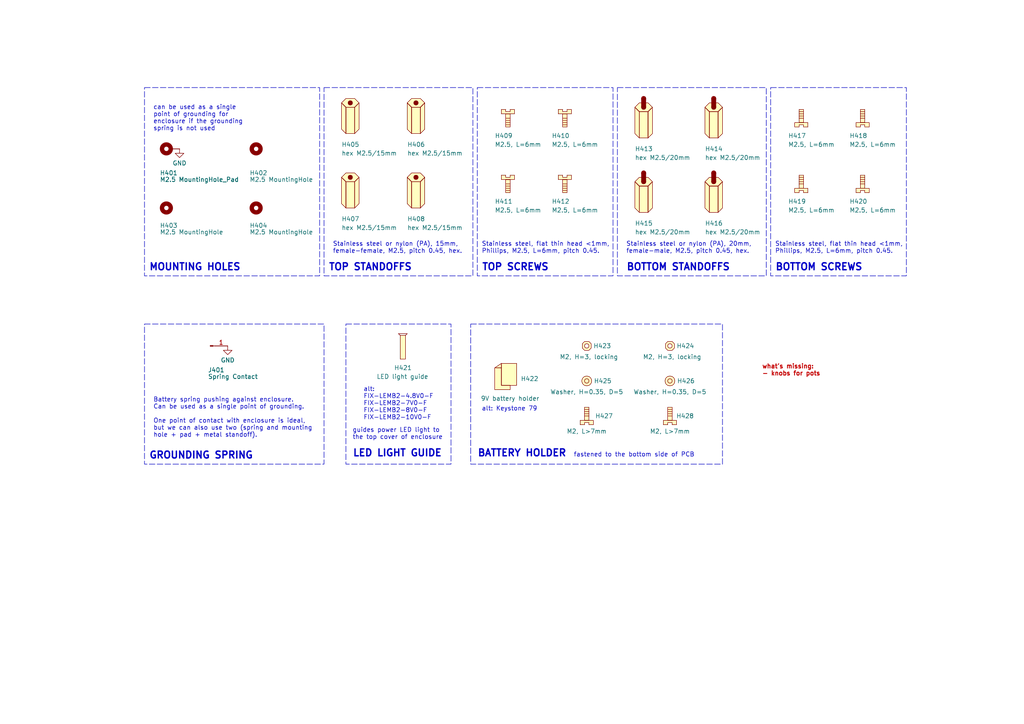
<source format=kicad_sch>
(kicad_sch (version 20231120) (generator "eeschema") (generator_version "8.0")
  (paper "A4")
  (title_block (title "Mounting, hardware and accessories") (date "2024-02-20") (rev "3.0") (company "Arx"))
  (lib_symbols
    (symbol "9VBatteryHolder:9VBatteryHolder"
      (property "Reference" "H" (at 0 5.715 0))
      (symbol "9VBatteryHolder_1_1"
        (rectangle (start -3.81 3.175) (end 0.635 -3.175) (fill (type background)))
        (polyline (pts (xy 0.635 -3.175) (xy 2.54 -1.905) (xy 0.635 -1.905) (xy 0.635 -3.175)) (fill (type background)))
        (polyline (pts (xy 2.54 -1.905) (xy 2.54 4.445) (xy -1.905 4.445) (xy -1.905 3.175) (xy 0.635 3.175) (xy 0.635 -1.905) (xy 2.54 -1.905)) (fill (type background)))
      )
    )
    (symbol "Bolt:Bolt"
      (property "Reference" "H" (at 0 0 0))
      (symbol "Bolt_0_1"
        (polyline (pts (xy -0.635 -5.715) (xy 0.635 -5.715)))
        (polyline (pts (xy -0.635 -5.08) (xy 0.635 -5.08)))
        (polyline (pts (xy -0.635 -3.81) (xy 0.635 -3.81)))
        (polyline (pts (xy 0.635 -4.445) (xy -0.635 -4.445)))
      )
      (symbol "Bolt_1_1"
        (polyline (pts (xy -0.635 -2.54) (xy -0.635 -6.35) (xy 0.635 -6.35) (xy 0.635 -2.54) (xy -0.635 -2.54)) (fill (type background)))
        (polyline (pts (xy -1.905 -1.27) (xy -0.635 -1.27) (xy -0.635 -1.905) (xy 0.635 -1.905) (xy 0.635 -1.27) (xy 1.905 -1.27) (xy 1.905 -2.54) (xy -1.905 -2.54) (xy -1.905 -1.27)) (fill (type background)))
      )
    )
    (symbol "Connector:Conn_01x01_Pin" (pin_names (offset 1.016) hide)
      (property "Reference" "J" (at 0 2.54 0))
      (property "Value" "Conn_01x01_Pin" (at 0 -2.54 0))
      (symbol "Conn_01x01_Pin_1_1"
        (polyline (pts (xy 1.27 0) (xy 0.8636 0)) (stroke (width 0.1524)))
        (rectangle (start 0.8636 0.127) (end 0 -0.127) (stroke (width 0.1524)) (fill (type outline)))
        (pin passive line (at 5.08 0 180) (length 3.81) (name "Pin_1") (number "1"))
      )
    )
    (symbol "LED_Light_Guide:LED_Light_Guide" (on_board no)
      (property "Reference" "H" (at -2.54 0 0))
      (symbol "LED_Light_Guide_1_1"
        (rectangle (start -0.762 3.048) (end 0.762 -3.81) (fill (type background)))
        (polyline (pts (xy -0.762 3.048) (xy -1.27 3.556)))
        (polyline (pts (xy 0.762 3.048) (xy 1.27 3.556)))
        (polyline (pts (xy 1.27 3.556) (xy -1.27 3.556)))
      )
    )
    (symbol "Mechanical:MountingHole" (pin_names (offset 1.016))
      (property "Reference" "H" (at 0 5.08 0))
      (property "Value" "MountingHole" (at 0 3.175 0))
      (symbol "MountingHole_0_1"
        (circle (center 0 0) (radius 1.27) (stroke (width 1.27)))
      )
    )
    (symbol "Mechanical:MountingHole_Pad" (pin_numbers hide) (pin_names (offset 1.016) hide)
      (property "Reference" "H" (at 0 6.35 0))
      (property "Value" "MountingHole_Pad" (at 0 4.445 0))
      (symbol "MountingHole_Pad_0_1"
        (circle (center 0 1.27) (radius 1.27) (stroke (width 1.27)))
      )
      (symbol "MountingHole_Pad_1_1"
        (pin input line (at 0 -2.54 90) (length 2.54) (name "1") (number "1"))
      )
    )
    (symbol "Nut:Nut"
      (property "Reference" "H" (at 0 0 0))
      (symbol "Nut_1_1"
        (circle (center 0 -2.54) (radius 0.635) (fill (type color) (color 255 255 255 1)))
        (polyline (pts (xy -0.635 -1.27) (xy 0.635 -1.27) (xy 1.27 -1.905) (xy 1.27 -3.175) (xy 0.635 -3.81) (xy -0.635 -3.81) (xy -1.27 -3.175) (xy -1.27 -1.905) (xy -0.635 -1.27)) (fill (type background)))
      )
    )
    (symbol "StandoffPCB:Standoff_Female_Female"
      (property "Reference" "H" (at 0 -5.715 0))
      (symbol "Standoff_Female_Female_1_1"
        (polyline (pts (xy -2.54 -3.175) (xy -2.54 4.445) (xy -1.27 3.175) (xy -1.27 -4.445) (xy -2.54 -3.175)) (fill (type background)))
        (polyline (pts (xy 1.27 -4.445) (xy -1.27 -4.445) (xy -1.27 3.175) (xy 1.27 3.175) (xy 1.27 -4.445)) (fill (type background)))
        (polyline (pts (xy 1.27 -4.445) (xy 1.27 3.175) (xy 2.54 4.445) (xy 2.54 -3.175) (xy 1.27 -4.445)) (fill (type background)))
        (polyline (pts (xy -1.27 3.175) (xy 1.27 3.175) (xy 2.54 4.445) (xy 1.27 5.715) (xy -1.27 5.715) (xy -2.54 4.445) (xy -1.27 3.175)) (fill (type background)))
        (circle (center 0 4.445) (radius 0.635) (fill (type outline)))
      )
    )
    (symbol "StandoffPCB:Standoff_Female_Male"
      (property "Reference" "H" (at 0 9.525 0))
      (symbol "Standoff_Female_Male_1_1"
        (polyline (pts (xy -2.54 -3.175) (xy -2.54 4.445) (xy -1.27 3.175) (xy -1.27 -4.445) (xy -2.54 -3.175)) (fill (type background)))
        (polyline (pts (xy -0.635 4.445) (xy -0.635 6.985) (xy 0.635 6.985) (xy 0.635 4.445) (xy -0.635 4.445)) (fill (type outline)))
        (polyline (pts (xy 1.27 -4.445) (xy -1.27 -4.445) (xy -1.27 3.175) (xy 1.27 3.175) (xy 1.27 -4.445)) (fill (type background)))
        (polyline (pts (xy 1.27 -4.445) (xy 1.27 3.175) (xy 2.54 4.445) (xy 2.54 -3.175) (xy 1.27 -4.445)) (fill (type background)))
        (polyline (pts (xy -1.27 3.175) (xy 1.27 3.175) (xy 2.54 4.445) (xy 1.27 5.715) (xy -1.27 5.715) (xy -2.54 4.445) (xy -1.27 3.175)) (fill (type background)))
        (circle (center 0 4.445) (radius 0.635) (fill (type outline)))
        (circle (center 0 6.985) (radius 0.635) (fill (type outline)))
      )
    )
    (symbol "Washer:Washer"
      (property "Reference" "H" (at 0 0 0))
      (symbol "Washer_1_1"
        (circle (center 0 -2.54) (radius 0.635) (fill (type color) (color 255 255 255 1)))
        (circle (center 0 -2.54) (radius 1.4199) (fill (type background)))
      )
    )
    (symbol "power:GND" (power) (pin_numbers hide) (pin_names (offset 0) hide)
      (property "Value" "GND" (at 0 -3.81 0))
      (symbol "GND_0_1"
        (polyline (pts (xy 0 0) (xy 0 -1.27) (xy 1.27 -1.27) (xy 0 -2.54) (xy -1.27 -1.27) (xy 0 -1.27)))
      )
      (symbol "GND_1_1"
        (pin power_in line (at 0 0 270) (length 0) (name "~") (number "1"))
      )
    )
  )
  (rectangle (start 138.43 25.4) (end 177.8 80.01) (stroke (width 0) (type dash)))
  (rectangle (start 100.33 93.98) (end 130.81 134.62) (stroke (width 0) (type dash)))
  (rectangle (start 41.91 25.4) (end 92.71 80.01) (stroke (width 0) (type dash)))
  (rectangle (start 136.525 93.98) (end 209.55 134.62) (stroke (width 0) (type dash)))
  (rectangle (start 179.07 25.4) (end 222.25 80.01) (stroke (width 0) (type dash)))
  (rectangle (start 41.91 93.98) (end 93.98 134.62) (stroke (width 0) (type dash)))
  (rectangle (start 223.52 25.4) (end 262.89 80.01) (stroke (width 0) (type dash)))
  (rectangle (start 93.98 25.4) (end 137.16 80.01) (stroke (width 0) (type dash)))
  (text "MOUNTING HOLES" (at 43.18 78.74 0) (effects (font (size 2 2) (thickness 0.4) (bold yes)) (justify left bottom)))
  (text "fastened to the bottom side of PCB" (at 166.37 132.715 0) (effects (font (size 1.27 1.27)) (justify left bottom)))
  (text "Stainless steel or nylon (PA), 20mm,\nfemale-male, M2.5, pitch 0.45, hex." (at 181.61 73.66 0) (effects (font (size 1.27 1.27)) (justify left bottom)))
  (text "TOP STANDOFFS" (at 95.25 78.74 0) (effects (font (size 2 2) (thickness 0.4) (bold yes)) (justify left bottom)))
  (text "TOP SCREWS" (at 139.7 78.74 0) (effects (font (size 2 2) (thickness 0.4) (bold yes)) (justify left bottom)))
  (text "BOTTOM STANDOFFS" (at 181.61 78.74 0) (effects (font (size 2 2) (thickness 0.4) (bold yes)) (justify left bottom)))
  (text "LED LIGHT GUIDE" (at 102.235 132.715 0) (effects (font (size 2 2) (thickness 0.4) (bold yes)) (justify left bottom)))
  (text "BOTTOM SCREWS" (at 224.79 78.74 0) (effects (font (size 2 2) (thickness 0.4) (bold yes)) (justify left bottom)))
  (text "guides power LED light to\nthe top cover of enclosure" (at 102.235 127.635 0) (effects (font (size 1.27 1.27)) (justify left bottom)))
  (text "Battery spring pushing against enclosure.\nCan be used as a single point of grounding.\n\nOne point of contact with enclosure is ideal,\nbut we can also use two (spring and mounting\nhole + pad + metal standoff)." (at 44.45 127 0) (effects (font (size 1.27 1.27)) (justify left bottom)))
  (text "GROUNDING SPRING" (at 43.18 133.35 0) (effects (font (size 2 2) (thickness 0.4) (bold yes)) (justify left bottom)))
  (text "Stainless steel, flat thin head <1mm,\nPhillips, M2.5, L=6mm, pitch 0.45." (at 224.79 73.66 0) (effects (font (size 1.27 1.27)) (justify left bottom)))
  (text "BATTERY HOLDER" (at 138.43 132.715 0) (effects (font (size 2 2) (thickness 0.4) (bold yes)) (justify left bottom)))
  (text "alt: Keystone 79" (at 139.7 119.38 0) (effects (font (size 1.27 1.27)) (justify left bottom)))
  (text "Stainless steel or nylon (PA), 15mm,\nfemale-female, M2.5, pitch 0.45, hex." (at 96.52 73.66 0) (effects (font (size 1.27 1.27)) (justify left bottom)))
  (text "can be used as a single\npoint of grounding for\nenclosure if the grounding\nspring is not used" (at 44.45 38.1 0) (effects (font (size 1.27 1.27)) (justify left bottom)))
  (text "Stainless steel, flat thin head <1mm,\nPhillips, M2.5, L=6mm, pitch 0.45." (at 139.7 73.66 0) (effects (font (size 1.27 1.27)) (justify left bottom)))
  (text "what's missing:\n- knobs for pots" (at 220.98 109.22 0) (effects (font (size 1.27 1.27) (thickness 0.254) (bold yes)) (justify left bottom)))
  (text "alt:\nFIX-LEMB2-4.8V0-F\nFIX-LEMB2-7V0-F\nFIX-LEMB2-8V0-F\nFIX-LEMB2-10V0-F" (at 105.41 121.92 0) (effects (font (size 1.27 1.27)) (justify left bottom)))
  (symbol (lib_id "Bolt:Bolt") (at 163.83 30.48 0) (unit 1) (on_board no)
    (property "Reference" "H410" (at 160.02 39.37 0) (effects (justify left)))
    (property "Value" "M2.5, L=6mm" (at 160.02 41.91 0) (effects (justify left)))
    (property "Datasheet" "-" (effects (hide yes)))
    (property "Description" "-" (effects (hide yes)))
    (property "Purpose" "Fastening enclosure side to standoff" (effects (hide yes)))
    (property "Mfr" "-" (effects (hide yes)))
    (property "Mfr Part #" "-" (effects (hide yes)))
    (property "Mouser Part #" "-" (effects (hide yes)))
    (property "LCSC Part #" "-" (effects (hide yes)))
    (property "TME Part #" "-" (effects (hide yes)))
  )
  (symbol (lib_id "Connector:Conn_01x01_Pin") (at 60.96 100.33 0) (unit 1)
    (property "Reference" "J401" (at 60.325 107.315 0) (effects (justify left)))
    (property "Value" "Spring Contact" (at 60.325 109.22 0) (effects (justify left)))
    (property "Footprint" "library:KEYSTONE-5201" (effects (hide yes)))
    (property "Datasheet" "https://www.tme.eu/Document/935c8711960b52fec0fbaf2926903193/KEYS5201.pdf" (effects (hide yes)))
    (property "Purpose" "enclosure grounding" (effects (hide yes)))
    (property "Mfr" "Keystone" (effects (hide yes)))
    (property "Mfr Part #" "5201" (effects (hide yes)))
    (property "Mouser Part #" "534-5201" (effects (hide yes)))
    (property "LCSC Part #" "-" (effects (hide yes)))
    (property "TME Part #" "KEYS5201" (effects (hide yes)))
    (property "Source" "Mouser" (effects (hide yes)))
  )
  (symbol (lib_id "StandoffPCB:Standoff_Female_Female") (at 101.6 34.29 0) (unit 1) (on_board no)
    (property "Reference" "H405" (at 99.06 41.91 0) (effects (justify left)))
    (property "Value" "hex M2.5/15mm" (at 99.06 44.45 0) (effects (justify left)))
    (property "Datasheet" "https://www.tme.eu/Document/451757bfa0cf89650334b0f101e3f2bd/Dremec_13.pdf" (effects (hide yes)))
    (property "Purpose" "PCB standoff between top enclosure side and PCB. Stainless steel or nylon (PA). 4mm spanner. Female-female" (effects (hide yes)))
    (property "LCSC Part #" "-" (effects (hide yes)))
    (property "Mfr" "Dremec" (effects (hide yes)))
    (property "Mfr Part #" "1212X15" (effects (hide yes)))
    (property "Mouser Part #" "-" (effects (hide yes)))
    (property "Source" "TME" (effects (hide yes)))
    (property "TME Part #" "TFF-M2.5X15/DR1212" (effects (hide yes)))
  )
  (symbol (lib_id "power:GND") (at 52.07 43.18 0) (unit 1)
    (property "Reference" "#PWR019" (effects (hide yes)))
    (property "Value" "GND" (at 52.07 47.3155 0))
    (property "Description" "Power symbol creates a global label with name \"GND\" , ground" (effects (hide yes)))
  )
  (symbol (lib_id "StandoffPCB:Standoff_Female_Female") (at 120.65 34.29 0) (unit 1) (on_board no)
    (property "Reference" "H406" (at 118.11 41.91 0) (effects (justify left)))
    (property "Value" "hex M2.5/15mm" (at 118.11 44.45 0) (effects (justify left)))
    (property "Datasheet" "https://www.tme.eu/Document/451757bfa0cf89650334b0f101e3f2bd/Dremec_13.pdf" (effects (hide yes)))
    (property "Purpose" "PCB standoff between top enclosure side and PCB. Stainless steel or nylon (PA). 4mm spanner. Female-female" (effects (hide yes)))
    (property "LCSC Part #" "-" (effects (hide yes)))
    (property "Mfr" "Dremec" (effects (hide yes)))
    (property "Mfr Part #" "1212X15" (effects (hide yes)))
    (property "Mouser Part #" "-" (effects (hide yes)))
    (property "Source" "TME" (effects (hide yes)))
    (property "TME Part #" "TFF-M2.5X15/DR1212" (effects (hide yes)))
  )
  (symbol (lib_id "power:GND") (at 66.04 100.33 0) (unit 1)
    (property "Reference" "#PWR020" (effects (hide yes)))
    (property "Value" "GND" (at 66.04 104.4655 0))
    (property "Description" "Power symbol creates a global label with name \"GND\" , ground" (effects (hide yes)))
  )
  (symbol (lib_id "StandoffPCB:Standoff_Female_Male") (at 186.69 35.56 0) (unit 1) (on_board no)
    (property "Reference" "H413" (at 184.15 43.18 0) (effects (justify left)))
    (property "Value" "hex M2.5/20mm" (at 184.15 45.72 0) (effects (justify left)))
    (property "Datasheet" "https://www.tme.eu/Document/451757bfa0cf89650334b0f101e3f2bd/Dremec_13.pdf" (effects (hide yes)))
    (property "Purpose" "PCB standoff between bottom enclosure side and PCB. Stainless steel or nylon (PA). 4mm spanner. Female-male" (effects (hide yes)))
    (property "LCSC Part #" "-" (effects (hide yes)))
    (property "Mfr" "Dremec" (effects (hide yes)))
    (property "Mfr Part #" "2212X20" (effects (hide yes)))
    (property "Mouser Part #" "-" (effects (hide yes)))
    (property "Source" "TME" (effects (hide yes)))
    (property "TME Part #" "TFM-M2.5X20/DR2212" (effects (hide yes)))
  )
  (symbol (lib_id "Mechanical:MountingHole") (at 48.26 60.325 180) (unit 1) (in_bom no)
    (property "Reference" "H403" (at 46.355 65.405 0) (effects (justify right)))
    (property "Value" "M2.5 MountingHole" (at 46.355 67.31 0) (effects (justify right)))
    (property "Footprint" "MountingHole:MountingHole_2.7mm_M2.5_ISO14580" (effects (hide yes)))
    (property "Datasheet" "-" (effects (hide yes)))
    (property "Purpose" "PCB mounting hole" (effects (hide yes)))
    (property "Mfr" "-" (effects (hide yes)))
    (property "Mfr Part #" "-" (effects (hide yes)))
    (property "Mouser Part #" "-" (effects (hide yes)))
    (property "LCSC Part #" "-" (effects (hide yes)))
    (property "TME Part #" "-" (effects (hide yes)))
    (property "Source" "-" (effects (hide yes)))
  )
  (symbol (lib_id "Mechanical:MountingHole_Pad") (at 49.53 43.18 90) (unit 1) (in_bom no)
    (property "Reference" "H401" (at 46.355 50.165 90) (effects (justify right)))
    (property "Value" "M2.5 MountingHole_Pad" (at 46.355 52.07 90) (effects (justify right)))
    (property "Footprint" "MountingHole:MountingHole_2.7mm_M2.5_ISO14580_Pad" (effects (hide yes)))
    (property "Datasheet" "-" (effects (hide yes)))
    (property "Purpose" "PCB mounting hole" (effects (hide yes)))
    (property "Mfr" "-" (effects (hide yes)))
    (property "Mfr Part #" "-" (effects (hide yes)))
    (property "Mouser Part #" "-" (effects (hide yes)))
    (property "LCSC Part #" "-" (effects (hide yes)))
    (property "TME Part #" "-" (effects (hide yes)))
    (property "Source" "-" (effects (hide yes)))
  )
  (symbol (lib_id "StandoffPCB:Standoff_Female_Male") (at 207.01 57.15 0) (unit 1) (on_board no)
    (property "Reference" "H416" (at 204.47 64.77 0) (effects (justify left)))
    (property "Value" "hex M2.5/20mm" (at 204.47 67.31 0) (effects (justify left)))
    (property "Datasheet" "https://www.tme.eu/Document/451757bfa0cf89650334b0f101e3f2bd/Dremec_13.pdf" (effects (hide yes)))
    (property "Purpose" "PCB standoff between bottom enclosure side and PCB. Stainless steel or nylon (PA). 4mm spanner. Female-male" (effects (hide yes)))
    (property "LCSC Part #" "-" (effects (hide yes)))
    (property "Mfr" "Dremec" (effects (hide yes)))
    (property "Mfr Part #" "2212X20" (effects (hide yes)))
    (property "Mouser Part #" "-" (effects (hide yes)))
    (property "Source" "TME" (effects (hide yes)))
    (property "TME Part #" "TFM-M2.5X20/DR2212" (effects (hide yes)))
  )
  (symbol (lib_id "Nut:Nut") (at 170.18 97.79 0) (unit 1) (on_board no)
    (property "Reference" "H423" (at 172.085 100.33 0) (effects (justify left)))
    (property "Value" "M2, H=3, locking" (at 170.815 103.505 0))
    (property "Description" "span = 5mm" (effects (hide yes)))
    (property "Purpose" "for battery holder" (effects (hide yes)))
    (property "Mfr" "-" (effects (hide yes)))
    (property "Mfr Part #" "-" (effects (hide yes)))
    (property "Mouser Part #" "-" (effects (hide yes)))
    (property "LCSC Part #" "-" (effects (hide yes)))
    (property "TME Part #" "-" (effects (hide yes)))
  )
  (symbol (lib_id "StandoffPCB:Standoff_Female_Male") (at 186.69 57.15 0) (unit 1) (on_board no)
    (property "Reference" "H415" (at 184.15 64.77 0) (effects (justify left)))
    (property "Value" "hex M2.5/20mm" (at 184.15 67.31 0) (effects (justify left)))
    (property "Datasheet" "https://www.tme.eu/Document/451757bfa0cf89650334b0f101e3f2bd/Dremec_13.pdf" (effects (hide yes)))
    (property "Purpose" "PCB standoff between bottom enclosure side and PCB. Stainless steel or nylon (PA). 4mm spanner. Female-male" (effects (hide yes)))
    (property "LCSC Part #" "-" (effects (hide yes)))
    (property "Mfr" "Dremec" (effects (hide yes)))
    (property "Mfr Part #" "2212X20" (effects (hide yes)))
    (property "Mouser Part #" "-" (effects (hide yes)))
    (property "Source" "TME" (effects (hide yes)))
    (property "TME Part #" "TFM-M2.5X20/DR2212" (effects (hide yes)))
  )
  (symbol (lib_id "Nut:Nut") (at 194.31 97.79 0) (unit 1) (on_board no)
    (property "Reference" "H424" (at 196.215 100.33 0) (effects (justify left)))
    (property "Value" "M2, H=3, locking" (at 194.945 103.505 0))
    (property "Description" "span = 5mm" (effects (hide yes)))
    (property "Purpose" "for battery holder" (effects (hide yes)))
  )
  (symbol (lib_id "Bolt:Bolt") (at 147.32 49.53 0) (unit 1) (on_board no)
    (property "Reference" "H411" (at 143.51 58.42 0) (effects (justify left)))
    (property "Value" "M2.5, L=6mm" (at 143.51 60.96 0) (effects (justify left)))
    (property "Datasheet" "-" (effects (hide yes)))
    (property "Description" "-" (effects (hide yes)))
    (property "Purpose" "Fastening enclosure side to standoff" (effects (hide yes)))
    (property "Mfr" "-" (effects (hide yes)))
    (property "Mfr Part #" "-" (effects (hide yes)))
    (property "Mouser Part #" "-" (effects (hide yes)))
    (property "LCSC Part #" "-" (effects (hide yes)))
    (property "TME Part #" "-" (effects (hide yes)))
  )
  (symbol (lib_id "Mechanical:MountingHole") (at 74.295 43.18 0) (unit 1) (in_bom no)
    (property "Reference" "H402" (at 72.39 50.165 0) (effects (justify left)))
    (property "Value" "M2.5 MountingHole" (at 72.39 52.07 0) (effects (justify left)))
    (property "Footprint" "MountingHole:MountingHole_2.7mm_M2.5_ISO14580" (effects (hide yes)))
    (property "Datasheet" "-" (effects (hide yes)))
    (property "Purpose" "PCB mounting hole" (effects (hide yes)))
    (property "Mfr" "-" (effects (hide yes)))
    (property "Mfr Part #" "-" (effects (hide yes)))
    (property "Mouser Part #" "-" (effects (hide yes)))
    (property "LCSC Part #" "-" (effects (hide yes)))
    (property "TME Part #" "-" (effects (hide yes)))
    (property "Source" "-" (effects (hide yes)))
  )
  (symbol (lib_id "9VBatteryHolder:9VBatteryHolder") (at 146.05 108.585 180) (unit 1)
    (property "Reference" "H422" (at 156.21 109.855 0) (effects (justify left)))
    (property "Value" "9V battery holder" (at 147.955 115.57 0))
    (property "Footprint" "library:KEYSTONE-71" (effects (hide yes)))
    (property "Datasheet" "https://cz.mouser.com/datasheet/2/215/1-745942.pdf" (effects (hide yes)))
    (property "Purpose" "Holding 9V battery. Fastened to enclosure" (effects (hide yes)))
    (property "Mfr" "Keystone" (effects (hide yes)))
    (property "Mfr Part #" "71" (effects (hide yes)))
    (property "Mouser Part #" "534-071" (effects (hide yes)))
    (property "LCSC Part #" "-" (effects (hide yes)))
    (property "TME Part #" "KEYS71" (effects (hide yes)))
    (property "Source" "Mouser" (effects (hide yes)))
  )
  (symbol (lib_id "Bolt:Bolt") (at 232.41 57.15 180) (unit 1) (on_board no)
    (property "Reference" "H419" (at 228.6 58.42 0) (effects (justify right)))
    (property "Value" "M2.5, L=6mm" (at 228.6 60.96 0) (effects (justify right)))
    (property "Datasheet" "-" (effects (hide yes)))
    (property "Description" "-" (effects (hide yes)))
    (property "Purpose" "Fastening enclosure side to standoff" (effects (hide yes)))
    (property "Mfr" "-" (effects (hide yes)))
    (property "Mfr Part #" "-" (effects (hide yes)))
    (property "Mouser Part #" "-" (effects (hide yes)))
    (property "LCSC Part #" "-" (effects (hide yes)))
    (property "TME Part #" "-" (effects (hide yes)))
  )
  (symbol (lib_id "Bolt:Bolt") (at 232.41 38.1 180) (unit 1) (on_board no)
    (property "Reference" "H417" (at 228.6 39.37 0) (effects (justify right)))
    (property "Value" "M2.5, L=6mm" (at 228.6 41.91 0) (effects (justify right)))
    (property "Datasheet" "-" (effects (hide yes)))
    (property "Description" "-" (effects (hide yes)))
    (property "Purpose" "Fastening enclosure side to standoff" (effects (hide yes)))
    (property "Mfr" "-" (effects (hide yes)))
    (property "Mfr Part #" "-" (effects (hide yes)))
    (property "Mouser Part #" "-" (effects (hide yes)))
    (property "LCSC Part #" "-" (effects (hide yes)))
    (property "TME Part #" "-" (effects (hide yes)))
  )
  (symbol (lib_id "Washer:Washer") (at 170.18 107.95 0) (unit 1) (on_board no)
    (property "Reference" "H425" (at 172.2349 110.49 0) (effects (justify left)))
    (property "Value" "Washer, H=0.35, D=5" (at 170.18 113.665 0))
    (property "Datasheet" "-" (effects (hide yes)))
    (property "Description" "-" (effects (hide yes)))
    (property "Purpose" "battery holder" (effects (hide yes)))
    (property "Mfr" "-" (effects (hide yes)))
    (property "Mfr Part #" "-" (effects (hide yes)))
    (property "Mouser Part #" "-" (effects (hide yes)))
    (property "LCSC Part #" "-" (effects (hide yes)))
    (property "TME Part #" "-" (effects (hide yes)))
  )
  (symbol (lib_id "Bolt:Bolt") (at 250.19 57.15 180) (unit 1) (on_board no)
    (property "Reference" "H420" (at 246.38 58.42 0) (effects (justify right)))
    (property "Value" "M2.5, L=6mm" (at 246.38 60.96 0) (effects (justify right)))
    (property "Datasheet" "-" (effects (hide yes)))
    (property "Description" "-" (effects (hide yes)))
    (property "Purpose" "Fastening enclosure side to standoff" (effects (hide yes)))
    (property "Mfr" "-" (effects (hide yes)))
    (property "Mfr Part #" "-" (effects (hide yes)))
    (property "Mouser Part #" "-" (effects (hide yes)))
    (property "LCSC Part #" "-" (effects (hide yes)))
    (property "TME Part #" "-" (effects (hide yes)))
  )
  (symbol (lib_id "Bolt:Bolt") (at 250.19 38.1 180) (unit 1) (on_board no)
    (property "Reference" "H418" (at 246.38 39.37 0) (effects (justify right)))
    (property "Value" "M2.5, L=6mm" (at 246.38 41.91 0) (effects (justify right)))
    (property "Datasheet" "-" (effects (hide yes)))
    (property "Description" "-" (effects (hide yes)))
    (property "Purpose" "Fastening enclosure side to standoff" (effects (hide yes)))
    (property "Mfr" "-" (effects (hide yes)))
    (property "Mfr Part #" "-" (effects (hide yes)))
    (property "Mouser Part #" "-" (effects (hide yes)))
    (property "LCSC Part #" "-" (effects (hide yes)))
    (property "TME Part #" "-" (effects (hide yes)))
  )
  (symbol (lib_id "Bolt:Bolt") (at 147.32 30.48 0) (unit 1) (on_board no)
    (property "Reference" "H409" (at 143.51 39.37 0) (effects (justify left)))
    (property "Value" "M2.5, L=6mm" (at 143.51 41.91 0) (effects (justify left)))
    (property "Datasheet" "-" (effects (hide yes)))
    (property "Description" "-" (effects (hide yes)))
    (property "Purpose" "Fastening enclosure side to standoff" (effects (hide yes)))
    (property "Mfr" "-" (effects (hide yes)))
    (property "Mfr Part #" "-" (effects (hide yes)))
    (property "Mouser Part #" "-" (effects (hide yes)))
    (property "LCSC Part #" "-" (effects (hide yes)))
    (property "TME Part #" "-" (effects (hide yes)))
  )
  (symbol (lib_id "StandoffPCB:Standoff_Female_Female") (at 101.6 55.88 0) (unit 1) (on_board no)
    (property "Reference" "H407" (at 99.06 63.5 0) (effects (justify left)))
    (property "Value" "hex M2.5/15mm" (at 99.06 66.04 0) (effects (justify left)))
    (property "Datasheet" "https://www.tme.eu/Document/451757bfa0cf89650334b0f101e3f2bd/Dremec_13.pdf" (effects (hide yes)))
    (property "Purpose" "PCB standoff between top enclosure side and PCB. Stainless steel or nylon (PA). 4mm spanner. Female-female" (effects (hide yes)))
    (property "LCSC Part #" "-" (effects (hide yes)))
    (property "Mfr" "Dremec" (effects (hide yes)))
    (property "Mfr Part #" "1212X15" (effects (hide yes)))
    (property "Mouser Part #" "-" (effects (hide yes)))
    (property "Source" "TME" (effects (hide yes)))
    (property "TME Part #" "TFF-M2.5X15/DR1212" (effects (hide yes)))
  )
  (symbol (lib_id "Mechanical:MountingHole") (at 74.295 60.325 0) (unit 1) (in_bom no)
    (property "Reference" "H404" (at 72.39 65.405 0) (effects (justify left)))
    (property "Value" "M2.5 MountingHole" (at 72.39 67.31 0) (effects (justify left)))
    (property "Footprint" "MountingHole:MountingHole_2.7mm_M2.5_ISO14580" (effects (hide yes)))
    (property "Datasheet" "-" (effects (hide yes)))
    (property "Purpose" "PCB mounting hole" (effects (hide yes)))
    (property "Mfr" "-" (effects (hide yes)))
    (property "Mfr Part #" "-" (effects (hide yes)))
    (property "Mouser Part #" "-" (effects (hide yes)))
    (property "LCSC Part #" "-" (effects (hide yes)))
    (property "TME Part #" "-" (effects (hide yes)))
    (property "Source" "-" (effects (hide yes)))
  )
  (symbol (lib_id "StandoffPCB:Standoff_Female_Female") (at 120.65 55.88 0) (unit 1) (on_board no)
    (property "Reference" "H408" (at 118.11 63.5 0) (effects (justify left)))
    (property "Value" "hex M2.5/15mm" (at 118.11 66.04 0) (effects (justify left)))
    (property "Datasheet" "https://www.tme.eu/Document/451757bfa0cf89650334b0f101e3f2bd/Dremec_13.pdf" (effects (hide yes)))
    (property "Purpose" "PCB standoff between top enclosure side and PCB. Stainless steel or nylon (PA). 4mm spanner. Female-female" (effects (hide yes)))
    (property "LCSC Part #" "-" (effects (hide yes)))
    (property "Mfr" "Dremec" (effects (hide yes)))
    (property "Mfr Part #" "1212X15" (effects (hide yes)))
    (property "Mouser Part #" "-" (effects (hide yes)))
    (property "Source" "TME" (effects (hide yes)))
    (property "TME Part #" "TFF-M2.5X15/DR1212" (effects (hide yes)))
  )
  (symbol (lib_id "Bolt:Bolt") (at 163.83 49.53 0) (unit 1) (on_board no)
    (property "Reference" "H412" (at 160.02 58.42 0) (effects (justify left)))
    (property "Value" "M2.5, L=6mm" (at 160.02 60.96 0) (effects (justify left)))
    (property "Datasheet" "-" (effects (hide yes)))
    (property "Description" "-" (effects (hide yes)))
    (property "Purpose" "Fastening enclosure side to standoff" (effects (hide yes)))
    (property "Mfr" "-" (effects (hide yes)))
    (property "Mfr Part #" "-" (effects (hide yes)))
    (property "Mouser Part #" "-" (effects (hide yes)))
    (property "LCSC Part #" "-" (effects (hide yes)))
    (property "TME Part #" "-" (effects (hide yes)))
  )
  (symbol (lib_id "StandoffPCB:Standoff_Female_Male") (at 207.01 35.56 0) (unit 1) (on_board no)
    (property "Reference" "H414" (at 204.47 43.18 0) (effects (justify left)))
    (property "Value" "hex M2.5/20mm" (at 204.47 45.72 0) (effects (justify left)))
    (property "Datasheet" "https://www.tme.eu/Document/451757bfa0cf89650334b0f101e3f2bd/Dremec_13.pdf" (effects (hide yes)))
    (property "Purpose" "PCB standoff between bottom enclosure side and PCB. Stainless steel or nylon (PA). 4mm spanner. Female-male" (effects (hide yes)))
    (property "LCSC Part #" "-" (effects (hide yes)))
    (property "Mfr" "Dremec" (effects (hide yes)))
    (property "Mfr Part #" "2212X20" (effects (hide yes)))
    (property "Mouser Part #" "-" (effects (hide yes)))
    (property "Source" "TME" (effects (hide yes)))
    (property "TME Part #" "TFM-M2.5X20/DR2212" (effects (hide yes)))
  )
  (symbol (lib_id "Washer:Washer") (at 194.31 107.95 0) (unit 1) (on_board no)
    (property "Reference" "H426" (at 196.3649 110.49 0) (effects (justify left)))
    (property "Value" "Washer, H=0.35, D=5" (at 194.31 113.665 0))
    (property "Datasheet" "-" (effects (hide yes)))
    (property "Description" "-" (effects (hide yes)))
    (property "Purpose" "battery holder" (effects (hide yes)))
    (property "Mfr" "-" (effects (hide yes)))
    (property "Mfr Part #" "-" (effects (hide yes)))
    (property "Mouser Part #" "-" (effects (hide yes)))
    (property "LCSC Part #" "-" (effects (hide yes)))
    (property "TME Part #" "-" (effects (hide yes)))
  )
  (symbol (lib_id "Bolt:Bolt") (at 194.31 124.46 180) (unit 1) (on_board no)
    (property "Reference" "H428" (at 201.295 120.65 0) (effects (justify left)))
    (property "Value" "M2, L>7mm" (at 194.31 125.095 0))
    (property "Datasheet" "-" (effects (hide yes)))
    (property "Description" "Ultra thin head <1mm. Phillips" (effects (hide yes)))
    (property "Purpose" "Battery holder. Length: 0.5 (holder) + 1.6 (PCB) + 1? (washer) + 3 (nut) + 1 (reserve)" (effects (hide yes)))
    (property "Mfr" "-" (effects (hide yes)))
    (property "Mfr Part #" "-" (effects (hide yes)))
    (property "Mouser Part #" "-" (effects (hide yes)))
    (property "LCSC Part #" "-" (effects (hide yes)))
    (property "TME Part #" "-" (effects (hide yes)))
    (property "Source" "-" (effects (hide yes)))
  )
  (symbol (lib_id "LED_Light_Guide:LED_Light_Guide") (at 116.84 100.33 0) (unit 1) (on_board no)
    (property "Reference" "H421" (at 114.3 106.68 0) (effects (justify left)))
    (property "Value" "LED light guide" (at 109.22 109.22 0) (effects (justify left)))
    (property "Datasheet" "https://www.tme.eu/Document/ff2728ec20ffc962365f3d27dbd8df78/FIX-LEMB.pdf" (effects (hide yes)))
    (property "Purpose" "LED light pipe from top of the enclosure to LED. Dia guide 1.9mm, MH 1.98mm, dia top 2.3mm" (effects (hide yes)))
    (property "Mfr" "Bivar" (effects (hide yes)))
    (property "Mfr Part #" "FIX-LEMB2-10V0-F" (effects (hide yes)))
    (property "Mouser Part #" "-" (effects (hide yes)))
    (property "LCSC Part #" "-" (effects (hide yes)))
    (property "TME Part #" "FIX-LEMB2-10V0-F" (effects (hide yes)))
    (property "Source" "TME" (effects (hide yes)))
  )
  (symbol (lib_id "Bolt:Bolt") (at 170.18 124.46 180) (unit 1) (on_board no)
    (property "Reference" "H427" (at 177.8 120.65 0) (effects (justify left)))
    (property "Value" "M2, L>7mm" (at 170.18 125.095 0))
    (property "Datasheet" "-" (effects (hide yes)))
    (property "Description" "Ultra thin head <1mm. Phillips" (effects (hide yes)))
    (property "Purpose" "Battery holder. Length: 0.5 (holder) + 1.6 (PCB) + 1? (washer) + 3 (nut) + 1 (reserve)" (effects (hide yes)))
    (property "Mfr" "-" (effects (hide yes)))
    (property "Mfr Part #" "-" (effects (hide yes)))
    (property "Mouser Part #" "-" (effects (hide yes)))
    (property "LCSC Part #" "-" (effects (hide yes)))
    (property "TME Part #" "-" (effects (hide yes)))
  )
)
</source>
